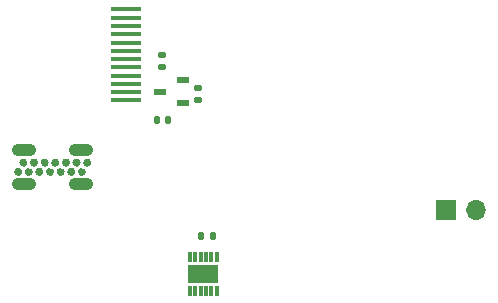
<source format=gbr>
G04 #@! TF.GenerationSoftware,KiCad,Pcbnew,7.0.8-7.0.8~ubuntu22.04.1*
G04 #@! TF.CreationDate,2023-10-27T20:54:45-04:00*
G04 #@! TF.ProjectId,osw,6f73772e-6b69-4636-9164-5f7063625858,4.0*
G04 #@! TF.SameCoordinates,Original*
G04 #@! TF.FileFunction,Soldermask,Bot*
G04 #@! TF.FilePolarity,Negative*
%FSLAX46Y46*%
G04 Gerber Fmt 4.6, Leading zero omitted, Abs format (unit mm)*
G04 Created by KiCad (PCBNEW 7.0.8-7.0.8~ubuntu22.04.1) date 2023-10-27 20:54:45*
%MOMM*%
%LPD*%
G01*
G04 APERTURE LIST*
G04 Aperture macros list*
%AMRoundRect*
0 Rectangle with rounded corners*
0 $1 Rounding radius*
0 $2 $3 $4 $5 $6 $7 $8 $9 X,Y pos of 4 corners*
0 Add a 4 corners polygon primitive as box body*
4,1,4,$2,$3,$4,$5,$6,$7,$8,$9,$2,$3,0*
0 Add four circle primitives for the rounded corners*
1,1,$1+$1,$2,$3*
1,1,$1+$1,$4,$5*
1,1,$1+$1,$6,$7*
1,1,$1+$1,$8,$9*
0 Add four rect primitives between the rounded corners*
20,1,$1+$1,$2,$3,$4,$5,0*
20,1,$1+$1,$4,$5,$6,$7,0*
20,1,$1+$1,$6,$7,$8,$9,0*
20,1,$1+$1,$8,$9,$2,$3,0*%
G04 Aperture macros list end*
%ADD10C,0.363500*%
%ADD11R,1.700000X1.700000*%
%ADD12O,1.700000X1.700000*%
%ADD13O,2.052400X1.052400*%
%ADD14RoundRect,0.135000X-0.185000X0.135000X-0.185000X-0.135000X0.185000X-0.135000X0.185000X0.135000X0*%
%ADD15R,2.500000X0.350000*%
%ADD16R,1.000000X0.600000*%
%ADD17RoundRect,0.007500X-0.117500X0.412500X-0.117500X-0.412500X0.117500X-0.412500X0.117500X0.412500X0*%
%ADD18R,2.500000X1.600000*%
%ADD19RoundRect,0.140000X-0.140000X-0.170000X0.140000X-0.170000X0.140000X0.170000X-0.140000X0.170000X0*%
%ADD20RoundRect,0.140000X0.140000X0.170000X-0.140000X0.170000X-0.140000X-0.170000X0.140000X-0.170000X0*%
G04 APERTURE END LIST*
D10*
X147631750Y-118620000D02*
G75*
G03*
X147631750Y-118620000I-181750J0D01*
G01*
X146731750Y-118620000D02*
G75*
G03*
X146731750Y-118620000I-181750J0D01*
G01*
X145831750Y-118620000D02*
G75*
G03*
X145831750Y-118620000I-181750J0D01*
G01*
X144931750Y-118620000D02*
G75*
G03*
X144931750Y-118620000I-181750J0D01*
G01*
X144031750Y-118620000D02*
G75*
G03*
X144031750Y-118620000I-181750J0D01*
G01*
X143131750Y-118620000D02*
G75*
G03*
X143131750Y-118620000I-181750J0D01*
G01*
X142231750Y-118620000D02*
G75*
G03*
X142231750Y-118620000I-181750J0D01*
G01*
X147181750Y-119400000D02*
G75*
G03*
X147181750Y-119400000I-181750J0D01*
G01*
X146281750Y-119400000D02*
G75*
G03*
X146281750Y-119400000I-181750J0D01*
G01*
X145381750Y-119400000D02*
G75*
G03*
X145381750Y-119400000I-181750J0D01*
G01*
X144481750Y-119400000D02*
G75*
G03*
X144481750Y-119400000I-181750J0D01*
G01*
X143581750Y-119400000D02*
G75*
G03*
X143581750Y-119400000I-181750J0D01*
G01*
X142681750Y-119400000D02*
G75*
G03*
X142681750Y-119400000I-181750J0D01*
G01*
X141781750Y-119400000D02*
G75*
G03*
X141781750Y-119400000I-181750J0D01*
G01*
D11*
X177860000Y-122600000D03*
D12*
X180400000Y-122600000D03*
D13*
X142100000Y-117580000D03*
X142100000Y-120440000D03*
X146900000Y-117580000D03*
X146900000Y-120440000D03*
D14*
X156800000Y-112290000D03*
X156800000Y-113310000D03*
D15*
X150725000Y-113350000D03*
X150725000Y-112650000D03*
X150725000Y-111950000D03*
X150725000Y-111250000D03*
X150725000Y-110550000D03*
X150725000Y-109850000D03*
X150725000Y-109150000D03*
X150725000Y-108450000D03*
X150725000Y-107750000D03*
X150725000Y-107050000D03*
X150725000Y-106350000D03*
X150725000Y-105650000D03*
D14*
X153800000Y-109490000D03*
X153800000Y-110510000D03*
D16*
X155587500Y-111650000D03*
X155587500Y-113550000D03*
X153587500Y-112600000D03*
D17*
X156150000Y-126600000D03*
X156600000Y-126600000D03*
X157050000Y-126600000D03*
X157500000Y-126600000D03*
X157950000Y-126600000D03*
X158400000Y-126600000D03*
X158400000Y-129470000D03*
X157950000Y-129470000D03*
X157500000Y-129470000D03*
X157050000Y-129470000D03*
X156600000Y-129470000D03*
X156150000Y-129470000D03*
D18*
X157275000Y-128035000D03*
D19*
X157120000Y-124800000D03*
X158080000Y-124800000D03*
D20*
X154280000Y-115000000D03*
X153320000Y-115000000D03*
M02*

</source>
